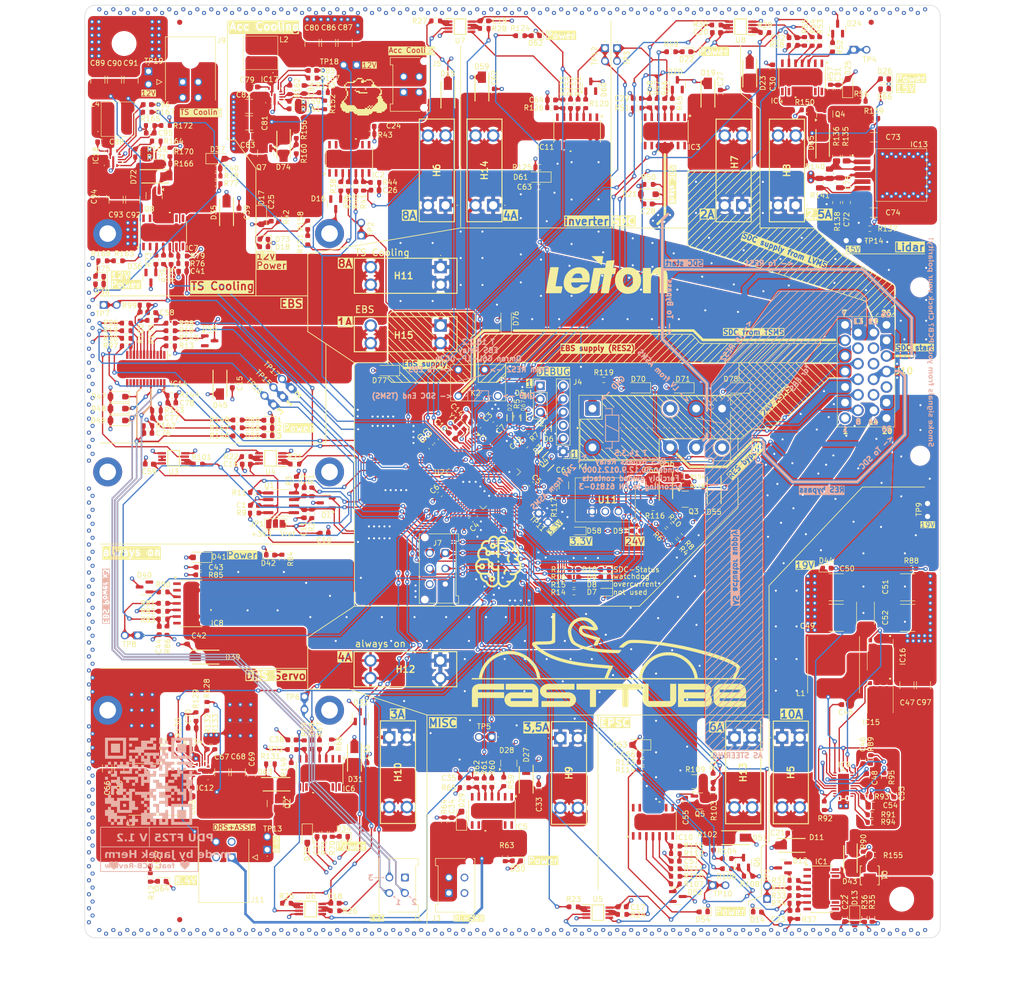
<source format=kicad_pcb>
(kicad_pcb
	(version 20240108)
	(generator "pcbnew")
	(generator_version "8.0")
	(general
		(thickness 1.6)
		(legacy_teardrops no)
	)
	(paper "A3")
	(title_block
		(title "PDU FT25")
		(date "2025-01-15")
		(rev "V1.2")
		(company "Janek Herm")
		(comment 1 "FasTTUBe Electronics")
	)
	(layers
		(0 "F.Cu" signal)
		(1 "In1.Cu" power)
		(2 "In2.Cu" signal)
		(31 "B.Cu" mixed)
		(32 "B.Adhes" user "B.Adhesive")
		(33 "F.Adhes" user "F.Adhesive")
		(34 "B.Paste" user)
		(35 "F.Paste" user)
		(36 "B.SilkS" user "B.Silkscreen")
		(37 "F.SilkS" user "F.Silkscreen")
		(38 "B.Mask" user)
		(39 "F.Mask" user)
		(40 "Dwgs.User" user "User.Drawings")
		(41 "Cmts.User" user "User.Comments")
		(42 "Eco1.User" user "User.Eco1")
		(43 "Eco2.User" user "User.Eco2")
		(44 "Edge.Cuts" user)
		(45 "Margin" user)
		(46 "B.CrtYd" user "B.Courtyard")
		(47 "F.CrtYd" user "F.Courtyard")
		(48 "B.Fab" user)
		(49 "F.Fab" user)
		(50 "User.1" user)
		(51 "User.2" user)
		(52 "User.3" user)
		(53 "User.4" user)
		(54 "User.5" user)
		(55 "User.6" user)
		(56 "User.7" user)
		(57 "User.8" user)
		(58 "User.9" user)
	)
	(setup
		(stackup
			(layer "F.SilkS"
				(type "Top Silk Screen")
			)
			(layer "F.Paste"
				(type "Top Solder Paste")
			)
			(layer "F.Mask"
				(type "Top Solder Mask")
				(thickness 0.01)
			)
			(layer "F.Cu"
				(type "copper")
				(thickness 0.035)
			)
			(layer "dielectric 1"
				(type "prepreg")
				(thickness 0.1)
				(material "FR4")
				(epsilon_r 4.5)
				(loss_tangent 0.02)
			)
			(layer "In1.Cu"
				(type "copper")
				(thickness 0.035)
			)
			(layer "dielectric 2"
				(type "core")
				(thickness 1.24)
				(material "FR4")
				(epsilon_r 4.5)
				(loss_tangent 0.02)
			)
			(layer "In2.Cu"
				(type "copper")
				(thickness 0.035)
			)
			(layer "dielectric 3"
				(type "prepreg")
				(thickness 0.1)
				(material "FR4")
				(epsilon_r 4.5)
				(loss_tangent 0.02)
			)
			(layer "B.Cu"
				(type "copper")
				(thickness 0.035)
			)
			(layer "B.Mask"
				(type "Bottom Solder Mask")
				(thickness 0.01)
			)
			(layer "B.Paste"
				(type "Bottom Solder Paste")
			)
			(layer "B.SilkS"
				(type "Bottom Silk Screen")
			)
			(copper_finish "None")
			(dielectric_constraints no)
		)
		(pad_to_mask_clearance 0)
		(allow_soldermask_bridges_in_footprints no)
		(pcbplotparams
			(layerselection 0x00010fc_ffffffff)
			(plot_on_all_layers_selection 0x0000000_00000000)
			(disableapertmacros no)
			(usegerberextensions no)
			(usegerberattributes yes)
			(usegerberadvancedattributes yes)
			(creategerberjobfile no)
			(dashed_line_dash_ratio 12.000000)
			(dashed_line_gap_ratio 3.000000)
			(svgprecision 4)
			(plotframeref no)
			(viasonmask no)
			(mode 1)
			(useauxorigin yes)
			(hpglpennumber 1)
			(hpglpenspeed 20)
			(hpglpendiameter 15.000000)
			(pdf_front_fp_property_popups yes)
			(pdf_back_fp_property_popups yes)
			(dxfpolygonmode yes)
			(dxfimperialunits yes)
			(dxfusepcbnewfont yes)
			(psnegative no)
			(psa4output no)
			(plotreference yes)
			(plotvalue no)
			(plotfptext yes)
			(plotinvisibletext no)
			(sketchpadsonfab no)
			(subtractmaskfromsilk yes)
			(outputformat 1)
			(mirror no)
			(drillshape 0)
			(scaleselection 1)
			(outputdirectory "gerber/")
		)
	)
	(net 0 "")
	(net 1 "GND")
	(net 2 "+3V3")
	(net 3 "stdCAN_H")
	(net 4 "/MCU/Vref")
	(net 5 "stdCAN_L")
	(net 6 "/MCU/NRST")
	(net 7 "Net-(D11-A2)")
	(net 8 "/powerstages/P_Out6a")
	(net 9 "/powerstages/IS4")
	(net 10 "Net-(D15-A2)")
	(net 11 "/connectors/P_Out1")
	(net 12 "/powerstages/IS1")
	(net 13 "Net-(D19-A2)")
	(net 14 "/powerstages/IS10")
	(net 15 "Net-(D23-A2)")
	(net 16 "/powerstages/P_Out9a")
	(net 17 "/powerstages/IS7")
	(net 18 "Net-(D27-A2)")
	(net 19 "/connectors/P_Out8")
	(net 20 "/powerstages/IS8")
	(net 21 "Net-(D31-A2)")
	(net 22 "/powerstages/P_Out5a")
	(net 23 "/powerstages/IS3")
	(net 24 "Net-(D35-A2)")
	(net 25 "/connectors/P_Out2")
	(net 26 "/powerstages/IS2")
	(net 27 "/connectors/P_Out9")
	(net 28 "/powerstages/IS9")
	(net 29 "Net-(IC9-CBOOT)")
	(net 30 "Net-(IC9-SW)")
	(net 31 "Net-(IC9-VCC)")
	(net 32 "Net-(D43-K)")
	(net 33 "Net-(IC9-PFM{slash}SYNC)")
	(net 34 "/connectors/P_Out4")
	(net 35 "Net-(C53-Pad2)")
	(net 36 "Net-(IC9-EXTCOMP)")
	(net 37 "Net-(D51-A2)")
	(net 38 "/connectors/P_Out5")
	(net 39 "/powerstages/IS5")
	(net 40 "Net-(D56-K)")
	(net 41 "Net-(D59-A2)")
	(net 42 "/connectors/P_Out6")
	(net 43 "/powerstages/IS6")
	(net 44 "Net-(IC12-SW)")
	(net 45 "Net-(IC12-BOOT)")
	(net 46 "/connectors/P_Out3")
	(net 47 "Net-(D63-K)")
	(net 48 "Net-(IC12-FB)")
	(net 49 "Net-(IC12-SS)")
	(net 50 "/connectors/P_Out7")
	(net 51 "Net-(IC13-FB)")
	(net 52 "Net-(D65-K)")
	(net 53 "Net-(IC13-SS)")
	(net 54 "/MCU/SWCLK")
	(net 55 "/MCU/SWDIO")
	(net 56 "/MCU/UART_RX")
	(net 57 "/MCU/UART_TX")
	(net 58 "Net-(D7-A)")
	(net 59 "Net-(D8-A)")
	(net 60 "Net-(D9-A)")
	(net 61 "Net-(D10-A)")
	(net 62 "Net-(D12-A)")
	(net 63 "unconnected-(D12-NC-Pad2)")
	(net 64 "Net-(D14-A)")
	(net 65 "Net-(D16-A)")
	(net 66 "unconnected-(D16-NC-Pad2)")
	(net 67 "Net-(D18-A)")
	(net 68 "Net-(D20-A)")
	(net 69 "unconnected-(D20-NC-Pad2)")
	(net 70 "Net-(D22-A)")
	(net 71 "Net-(D24-A)")
	(net 72 "unconnected-(D24-NC-Pad2)")
	(net 73 "Net-(D26-A)")
	(net 74 "Net-(D28-A)")
	(net 75 "unconnected-(D28-NC-Pad2)")
	(net 76 "Net-(D30-A)")
	(net 77 "unconnected-(D32-NC-Pad2)")
	(net 78 "Net-(D32-A)")
	(net 79 "Net-(D34-A)")
	(net 80 "Net-(D36-A)")
	(net 81 "unconnected-(D36-NC-Pad2)")
	(net 82 "Net-(D38-A)")
	(net 83 "Net-(D43-A)")
	(net 84 "Net-(D44-A)")
	(net 85 "Net-(D45-A2)")
	(net 86 "/powerstages/IS11")
	(net 87 "/connectors/P_Out12")
	(net 88 "unconnected-(D52-NC-Pad2)")
	(net 89 "Net-(D52-A)")
	(net 90 "Net-(D54-A)")
	(net 91 "Net-(D56-A)")
	(net 92 "Net-(D57-A)")
	(net 93 "Net-(D58-A)")
	(net 94 "unconnected-(D60-NC-Pad2)")
	(net 95 "Net-(D60-A)")
	(net 96 "Net-(D62-A)")
	(net 97 "Net-(D63-A)")
	(net 98 "Net-(D64-A)")
	(net 99 "Net-(D65-A)")
	(net 100 "Net-(D66-A)")
	(net 101 "/connectors/P_Out11")
	(net 102 "/connectors/P_Out10")
	(net 103 "Net-(D46-A)")
	(net 104 "+24V")
	(net 105 "Net-(IC1-IS)")
	(net 106 "Net-(IC1-GND)")
	(net 107 "Net-(IC1-IN)")
	(net 108 "Net-(IC1-DEN)")
	(net 109 "Net-(IC2-IS)")
	(net 110 "Net-(IC2-IN)")
	(net 111 "Net-(IC2-DEN)")
	(net 112 "Net-(IC2-GND)")
	(net 113 "Net-(IC3-IN)")
	(net 114 "Net-(IC3-GND)")
	(net 115 "Net-(IC3-IS)")
	(net 116 "Net-(IC3-DEN)")
	(net 117 "Net-(IC4-IN)")
	(net 118 "Net-(IC4-GND)")
	(net 119 "Net-(IC4-IS)")
	(net 120 "Net-(IC4-DEN)")
	(net 121 "Net-(IC5-GND)")
	(net 122 "Net-(IC5-DEN)")
	(net 123 "Net-(IC5-IS)")
	(net 124 "Net-(IC5-IN)")
	(net 125 "Net-(IC6-GND)")
	(net 126 "Net-(IC6-IN)")
	(net 127 "Net-(IC6-DEN)")
	(net 128 "Net-(IC6-IS)")
	(net 129 "Net-(IC7-IN)")
	(net 130 "Net-(IC7-IS)")
	(net 131 "Net-(IC7-GND)")
	(net 132 "Net-(IC7-DEN)")
	(net 133 "Net-(IC9-CNFG)")
	(net 134 "Net-(IC9-PG{slash}SYNCOUT)")
	(net 135 "Net-(IC9-RT)")
	(net 136 "Net-(IC9-ISNS+)")
	(net 137 "Net-(IC9-HO)")
	(net 138 "Net-(IC9-LO)")
	(net 139 "Net-(IC9-FB)")
	(net 140 "Net-(IC10-IS)")
	(net 141 "Net-(IC10-IN)")
	(net 142 "Net-(IC10-DEN)")
	(net 143 "Net-(IC10-GND)")
	(net 144 "Net-(IC11-DEN)")
	(net 145 "Net-(IC11-IS)")
	(net 146 "Net-(IC11-IN)")
	(net 147 "Net-(IC11-GND)")
	(net 148 "Net-(IC12-PG)")
	(net 149 "Net-(IC12-MODE)")
	(net 150 "Net-(IC12-EN)")
	(net 151 "Net-(IC13-RON)")
	(net 152 "Net-(IC13-EN)")
	(net 153 "/MCU/SWO")
	(net 154 "FDCAN_H")
	(net 155 "FDCAN_L")
	(net 156 "/RBR/SDC bypass")
	(net 157 "24V ASMS")
	(net 158 "Net-(JP1-C)")
	(net 159 "unconnected-(K1-Pad12)")
	(net 160 "unconnected-(K1-Pad24)")
	(net 161 "Net-(K1-PadA1)")
	(net 162 "unconnected-(D46-NC-Pad2)")
	(net 163 "Net-(IC14-DSEL1)")
	(net 164 "Net-(Q5-D)")
	(net 165 "Net-(Q5-G)")
	(net 166 "Net-(Q6-G)")
	(net 167 "Net-(Q6-D)")
	(net 168 "Net-(U1-Rs)")
	(net 169 "Net-(U2-PA0)")
	(net 170 "Net-(U2-BOOT0)")
	(net 171 "Net-(U2-PC0)")
	(net 172 "Net-(U2-PA11)")
	(net 173 "/MCU/CAN_RX")
	(net 174 "/MCU/CAN_TX")
	(net 175 "Net-(U2-PA12)")
	(net 176 "unconnected-(U2-PB7-Pad59)")
	(net 177 "unconnected-(U2-PA15-Pad50)")
	(net 178 "/MCU/STATUS_LED1")
	(net 179 "/MCU/STATUS_LED2")
	(net 180 "/MCU/STATUS_LED3")
	(net 181 "/MCU/STATUS_LED4")
	(net 182 "Net-(R12-Pad1)")
	(net 183 "Net-(U4A--)")
	(net 184 "/MCU/ISENSE1")
	(net 185 "Net-(U4B--)")
	(net 186 "/MCU/ISENSE2")
	(net 187 "/MCU/ISENSE3")
	(net 188 "Net-(U5A--)")
	(net 189 "Net-(U5B--)")
	(net 190 "/MCU/ISENSE4")
	(net 191 "/MCU/ISENSE5")
	(net 192 "Net-(U6A--)")
	(net 193 "Net-(U6B--)")
	(net 194 "/MCU/ISENSE6")
	(net 195 "/MCU/ISENSE7")
	(net 196 "Net-(U7A--)")
	(net 197 "Net-(U7B--)")
	(net 198 "/MCU/ISENSE8")
	(net 199 "/MCU/ISENSE9")
	(net 200 "Net-(U8A--)")
	(net 201 "Net-(U8B--)")
	(net 202 "/MCU/ISENSE10")
	(net 203 "/MCU/IN4")
	(net 204 "/MCU/IN1")
	(net 205 "/MCU/IN10")
	(net 206 "/MCU/IN7")
	(net 207 "/MCU/IN8")
	(net 208 "/MCU/IN3")
	(net 209 "/MCU/IN2")
	(net 210 "/MCU/IN9")
	(net 211 "/MCU/IN11")
	(net 212 "/MCU/IN12")
	(net 213 "/MCU/IN13")
	(net 214 "/MCU/PC_Read")
	(net 215 "/MCU/PC_EN")
	(net 216 "/MCU/IN5")
	(net 217 "/MCU/IN6")
	(net 218 "/MCU/XTAL_OUT")
	(net 219 "unconnected-(U2-PC5-Pad25)")
	(net 220 "Net-(IC14-GND)")
	(net 221 "unconnected-(U2-PC12-Pad53)")
	(net 222 "Net-(IC14-DEN)")
	(net 223 "Net-(IC14-IN2)")
	(net 224 "/MCU/XTAL_IN")
	(net 225 "unconnected-(U2-PD2-Pad54)")
	(net 226 "unconnected-(IC14-OUT3-Pad13)")
	(net 227 "Net-(IC14-IN0)")
	(net 228 "Net-(IC14-IN3)")
	(net 229 "Net-(IC14-DSEL0)")
	(net 230 "Net-(IC14-IN1)")
	(net 231 "Net-(IC14-IS)")
	(net 232 "/MCU/DSEL0")
	(net 233 "/MCU/DSEL1")
	(net 234 "Net-(U3A--)")
	(net 235 "/MCU/ISENSE11")
	(net 236 "Net-(U3B--)")
	(net 237 "unconnected-(IC9-NC_1-Pad1)")
	(net 238 "unconnected-(IC9-NC_2-Pad2)")
	(net 239 "unconnected-(IC9-NC_4-Pad23)")
	(net 240 "unconnected-(IC9-NC_3-Pad22)")
	(net 241 "unconnected-(IC9-NC_5-Pad24)")
	(net 242 "Net-(D50-A)")
	(net 243 "Net-(D68-A)")
	(net 244 "Net-(D69-A)")
	(net 245 "/connectors/P_Out14")
	(net 246 "/connectors/P_Out13")
	(net 247 "Net-(IC17-SW)")
	(net 248 "Net-(IC17-BOOT)")
	(net 249 "Net-(D72-K)")
	(net 250 "Net-(IC17-FB)")
	(net 251 "Net-(IC17-SS)")
	(net 252 "Net-(IC18-BOOT)")
	(net 253 "Net-(IC18-SW)")
	(net 254 "Net-(D74-K)")
	(net 255 "Net-(IC18-FB)")
	(net 256 "Net-(IC18-SS)")
	(net 257 "Net-(D72-A)")
	(net 258 "Net-(D73-A)")
	(net 259 "Net-(D74-A)")
	(net 260 "Net-(D75-A)")
	(net 261 "Net-(IC17-PG)")
	(net 262 "Net-(IC17-MODE)")
	(net 263 "Net-(IC17-EN)")
	(net 264 "Net-(IC18-PG)")
	(net 265 "Net-(IC18-MODE)")
	(net 266 "Net-(IC18-EN)")
	(net 267 "Net-(R151-Pad2)")
	(net 268 "Net-(R163-Pad2)")
	(net 269 "EBS supply")
	(net 270 "AS actuator supply")
	(net 271 "unconnected-(IC1-NC-Pad7)")
	(net 272 "unconnected-(IC1-NC-Pad1)")
	(net 273 "unconnected-(IC1-NC-Pad14)")
	(net 274 "unconnected-(IC1-NC-Pad8)")
	(net 275 "unconnected-(IC1-NC-Pad9)")
	(net 276 "unconnected-(IC1-NC-Pad13)")
	(net 277 "unconnected-(IC1-NC-Pad2)")
	(net 278 "unconnected-(IC2-NC-Pad2)")
	(net 279 "unconnected-(IC2-NC-Pad7)")
	(net 280 "unconnected-(IC2-NC-Pad8)")
	(net 281 "unconnected-(IC2-NC-Pad14)")
	(net 282 "unconnected-(IC2-NC-Pad1)")
	(net 283 "unconnected-(IC2-NC-Pad9)")
	(net 284 "unconnected-(IC2-NC-Pad13)")
	(net 285 "unconnected-(IC3-NC-Pad8)")
	(net 286 "unconnected-(IC3-NC-Pad1)")
	(net 287 "unconnected-(IC3-NC-Pad7)")
	(net 288 "unconnected-(IC3-NC-Pad14)")
	(net 289 "unconnected-(IC3-NC-Pad13)")
	(net 290 "unconnected-(IC3-NC-Pad9)")
	(net 291 "unconnected-(IC3-NC-Pad2)")
	(net 292 "unconnected-(IC4-NC-Pad2)")
	(net 293 "unconnected-(IC4-NC-Pad1)")
	(net 294 "unconnected-(IC4-NC-Pad13)")
	(net 295 "unconnected-(IC4-NC-Pad7)")
	(net 296 "unconnected-(IC4-NC-Pad9)")
	(net 297 "unconnected-(IC4-NC-Pad8)")
	(net 298 "unconnected-(IC4-NC-Pad14)")
	(net 299 "unconnected-(IC5-NC-Pad1)")
	(net 300 "unconnected-(IC5-NC-Pad8)")
	(net 301 "unconnected-(IC5-NC-Pad9)")
	(net 302 "unconnected-(IC5-NC-Pad14)")
	(net 303 "unconnected-(IC5-NC-Pad13)")
	(net 304 "unconnected-(IC5-NC-Pad2)")
	(net 305 "unconnected-(IC5-NC-Pad7)")
	(net 306 "unconnected-(IC6-NC-Pad14)")
	(net 307 "unconnected-(IC6-NC-Pad2)")
	(net 308 "unconnected-(IC6-NC-Pad7)")
	(net 309 "unconnected-(IC6-NC-Pad1)")
	(net 310 "unconnected-(IC6-NC-Pad9)")
	(net 311 "unconnected-(IC6-NC-Pad8)")
	(net 312 "unconnected-(IC6-NC-Pad13)")
	(net 313 "unconnected-(IC7-NC-Pad1)")
	(net 314 "unconnected-(IC7-NC-Pad9)")
	(net 315 "unconnected-(IC7-NC-Pad14)")
	(net 316 "unconnected-(IC7-NC-Pad13)")
	(net 317 "unconnected-(IC7-NC-Pad7)")
	(net 318 "unconnected-(IC7-NC-Pad8)")
	(net 319 "unconnected-(IC7-NC-Pad2)")
	(net 320 "unconnected-(IC10-NC-Pad14)")
	(net 321 "unconnected-(IC10-NC-Pad8)")
	(net 322 "unconnected-(IC10-NC-Pad13)")
	(net 323 "unconnected-(IC10-NC-Pad9)")
	(net 324 "unconnected-(IC10-NC-Pad1)")
	(net 325 "unconnected-(IC10-NC-Pad7)")
	(net 326 "unconnected-(IC10-NC-Pad2)")
	(net 327 "unconnected-(IC11-NC-Pad1)")
	(net 328 "unconnected-(IC11-NC-Pad13)")
	(net 329 "unconnected-(IC11-NC-Pad2)")
	(net 330 "unconnected-(IC11-NC-Pad7)")
	(net 331 "unconnected-(IC11-NC-Pad9)")
	(net 332 "unconnected-(IC11-NC-Pad8)")
	(net 333 "unconnected-(IC11-NC-Pad14)")
	(net 334 "unconnected-(IC14-NC-Pad21)")
	(net 335 "unconnected-(IC14-NC-Pad19)")
	(net 336 "unconnected-(IC14-NC-Pad15)")
	(net 337 "unconnected-(IC14-NC-Pad18)")
	(net 338 "unconnected-(IC14-NC-Pad23)")
	(net 339 "unconnected-(IC14-NC-Pad22)")
	(net 340 "unconnected-(IC14-NC-Pad14)")
	(net 341 "unconnected-(IC14-NC-Pad12)")
	(net 342 "unconnected-(IC14-NC-Pad1)")
	(net 343 "unconnected-(IC14-NC-Pad16)")
	(net 344 "/EBSR/EBS power")
	(net 345 "unconnected-(U2-PC14-Pad3)")
	(net 346 "unconnected-(U2-PC15-Pad4)")
	(net 347 "unconnected-(U2-PC13-Pad2)")
	(net 348 "Net-(R100-Pad1)")
	(net 349 "/RBR/RES")
	(net 350 "TSMS SDC")
	(net 351 "unconnected-(IC14-NC-Pad3)")
	(net 352 "unconnected-(U2-PB0-Pad26)")
	(net 353 "Net-(D39-A2)")
	(net 354 "unconnected-(D40-NC-Pad2)")
	(net 355 "Net-(D40-A)")
	(net 356 "Net-(D42-A)")
	(net 357 "unconnected-(IC8-NC-Pad8)")
	(net 358 "unconnected-(IC8-NC-Pad13)")
	(net 359 "Net-(IC8-IN)")
	(net 360 "unconnected-(IC8-NC-Pad9)")
	(net 361 "unconnected-(IC8-NC-Pad1)")
	(net 362 "Net-(IC8-DEN)")
	(net 363 "Net-(IC8-GND)")
	(net 364 "Net-(IC8-IS)")
	(net 365 "unconnected-(IC8-NC-Pad2)")
	(net 366 "unconnected-(IC8-NC-Pad14)")
	(net 367 "unconnected-(IC8-NC-Pad7)")
	(net 368 "unconnected-(J10-Pin_15-Pad15)")
	(net 369 "unconnected-(J10-Pin_17-Pad17)")
	(footprint "5025:5025" (layer "F.Cu") (at 165.32 98.46 90))
	(footprint "Resistor_SMD:R_0603_1608Metric" (layer "F.Cu") (at 161.375 88.955 90))
	(footprint "Resistor_SMD:R_0603_1608Metric" (layer "F.Cu") (at 128.645 103.135 -90))
	(footprint "Capacitor_SMD:C_1210_3225Metric" (layer "F.Cu") (at 162.225 61.275 90))
	(footprint "BTT6010-1ERB:SOIC14_BTT6010-1ERB_INF" (layer "F.Cu") (at 163.019 83.649799 90))
	(footprint "824501241:DIOM5127X250N" (layer "F.Cu") (at 139.345 93.995 -90))
	(footprint "Resistor_SMD:R_0603_1608Metric" (layer "F.Cu") (at 122.555 83.275))
	(footprint "Package_TO_SOT_SMD:SOT-23" (layer "F.Cu") (at 124.75 106.535 -90))
	(footprint "Package_TO_SOT_SMD:SOT-23" (layer "F.Cu") (at 165.14 191.314998 90))
	(footprint "Resistor_SMD:R_0603_1608Metric" (layer "F.Cu") (at 135.615001 196.775 90))
	(footprint "Resistor_SMD:R_0603_1608Metric" (layer "F.Cu") (at 155.915 68.065))
	(footprint "Capacitor_SMD:C_1210_3225Metric" (layer "F.Cu") (at 143.685 76.725 180))
	(footprint "Resistor_SMD:R_0603_1608Metric" (layer "F.Cu") (at 135.545001 189.315 -90))
	(footprint "LED_SMD:LED_0603_1608Metric" (layer "F.Cu") (at 266.295 70.155 180))
	(footprint "brain:heart" (layer "F.Cu") (at 117.6 220.05))
	(footprint "Resistor_SMD:R_0603_1608Metric" (layer "F.Cu") (at 127.585 77.225))
	(footprint "ESD321DYAR:SODFL1608X77N" (layer "F.Cu") (at 193.99 133.625 -90))
	(footprint "Diode_SMD:D_SOD-123F" (layer "F.Cu") (at 218.94 127.854999 180))
	(footprint "5025:5025" (layer "F.Cu") (at 147.190001 216.99 90))
	(footprint "Resistor_SMD:R_0603_1608Metric" (layer "F.Cu") (at 147.805 200.415))
	(footprint "5025:5025" (layer "F.Cu") (at 261.38 99.44 180))
	(footprint "MountingHole:MountingHole_3.2mm_M3_DIN965_Pad" (layer "F.Cu") (at 116.41 144.08 -90))
	(footprint "Resistor_SMD:R_0603_1608Metric" (layer "F.Cu") (at 254.645 208.515 -90))
	(footprint "3557-15:355715" (layer "F.Cu") (at 180.58 180.485 180))
	(footprint "Resistor_SMD:R_0603_1608Metric" (layer "F.Cu") (at 264.205001 75.855))
	(footprint "Capacitor_SMD:C_0603_1608Metric" (layer "F.Cu") (at 156.795 213.675001 -90))
	(footprint "Resistor_SMD:R_0603_1608Metric" (layer "F.Cu") (at 120.005477 118.297452))
	(footprint "MountingHole:MountingHole_4.3mm_M4" (layer "F.Cu") (at 119.575 226.345))
	(footprint "Capacitor_SMD:C_1210_3225Metric" (layer "F.Cu") (at 138.414747 202.063428 90))
	(footprint "Diode_SMD:D_SOD-123F" (layer "F.Cu") (at 146.065 94.88 -90))
	(footprint "Capacitor_SMD:C_0603_1608Metric" (layer "F.Cu") (at 185.205 203.145 180))
	(footprint "Resistor_SMD:R_0603_1608Metric" (layer "F.Cu") (at 225.925 220.675))
	(footprint "Resistor_SMD:R_0603_1608Metric"
		(layer "F.Cu")
		(uuid "15025461-dcc7-4f61-9542-8f8e8ec99700")
		(at 154.995 99.365 90)
		(descr "Resistor SMD 0603 (1608 Metric), square (rectangular) end terminal, IPC_7351 nominal, (Body size source: IPC-SM-782 page 72, https://www.pcb-3d.com/wordpress/wp-content/uploads/ipc-sm-782a_amendment_1_and_2.pdf), generated with kicad-footprint-generator")
		(tags "resistor")
		(property "Reference" "R151"
			(at -0.65 -1.42 90)
			(layer "F.SilkS")
			(uuid "122f886c-686c-4dca-9df4-687a2b60e366")
			(effects
				(font
					(size 1 1)
					(thickness 0.15)
				)
			)
		)
		(property "Value" "1k"
			(at 0 1.43 90)
			(layer "F.Fab")
			(uuid "a592b584-abae-4bea-8bc8-0a8ffebe0b80")
			(effects
				(font
					(size 1 1)
					(thickness 0.15)
				)
			)
		)
		(property "Footprint" "Resistor_SMD:R_0603_1608Metric"
			(at 0 0 90)
			(unlocked yes)
			(layer "F.Fab")
			(hide yes)
			(uuid "1c5f638a-4832-4642-88d6-97d1baf0f576")
			(effects
				(font
					(size 1.27 1.27)
					(thickness 0.15)
				)
			)
		)
		(property "Datasheet" ""
			(at 0 0 90)
			(unlocked yes)
			(layer "F.Fab")
			(hide yes)
			(uuid "59d60a19-0eeb-4754-9aba-e42d43305fa7")
			(effects
				(font
					(size 1.27 1.27)
					(thickness 0.15)
				)
			)
		)
		(property "Description" "Resistor, small symbol"
			(at 0 0 90)
			(unlocked yes)
			(layer "F.Fab")
			(hide yes)
			(uuid "33615a10-7215-4795-96b9-fa93cea6c121")
			(effects
				(font
					(size 1.27 1.27)
					(thickness 0.15)
				)
			)
		)
		(property ki_fp_filters "R_*")
		(path "/780d04e9-366d-4b48-88f6-229428c96c3a/2688228a-78b0-463b-82bd-42a0dedab640/a31b0199-c63c-4e83-8127-1fac1a9facaf")
		(sheetname "ACC pump DCDC")
		(sheetfile "pumpDCDC.kicad_sch")
		(attr smd)
		(fp_line
			(start -0.237258 -0.5225)
			(end 0.237258 -0.5225)
			(stroke
				(width 0.12)
				(type solid)
			)
			(layer "F.SilkS")
			(uuid "dc8e5fd8-4ca3-4c1d-b1f5-6eaae540711d")
		)
		(fp_line
			(start -0.237258 0.5225)
			(end 0.237258 0.5225)
			(stroke
				(width 0.12)
				(type solid)
			)
			(layer "F.SilkS")
			(uuid "6c0a18d3-6077-4bcb-825a-872d2e6b7716")
		)
		(fp_line
			(start 1.48 -0.73)
			(end 1.48 0.73)
			(stroke
				(width 0.05)
				(type solid)
			)
			(layer "F.CrtYd")
			(uuid "7313f3b4-9a54-4d87-8c75-088e5090a017")
		)
		(fp_line
			(start -1.48 -0.73)
			(end 1.48 -0.73)
			(stroke
				(width 0.05)
				(type solid)
			)
			(layer "F.CrtYd")
			(uuid "6af3927a-7d15-47f2-a5a0-8445f1b4c182")
		)
		(fp_line
			(start 1.48 0.73)
			(end -1.48 0.73)
			(stroke
				(width 0.05)
				(type solid)
			)
			(layer "F.CrtYd")
			(uuid "72e13f33-6639-4f39-84e2-7a3d4ba4715a")
		)
		(fp_line
			(start -1.48 0.73)
			(end -1.48 -0.73)
			(stroke
				(width 0.05)
				(type solid)
			)
			(layer "F.CrtYd")
			(uuid "ff98d762-9a6b-4848-89e9-20b6125bce37")
		)
		(fp_line
			(start 0.8 -0.4125)
			(end 0.8 0.4125)
			(stroke
				(width 0.1)
				(type solid)
			)
			(layer "F.Fab")
			(uuid "fe961a65-105c-43a7-89d7-5c7c44acd8a1")
		)
		(fp_line
			(start -0.8 -0.4125)
			(end 0.8 -0.4125)
			(stroke
				(width 0.1)
				(type solid)
			)
			(layer "F.Fab")
			(uuid "bb8064fe-6479-4ead-87cb-214fa68d7676")
		)
		(fp_line
			(start 0.8 0.4125)
			(end -0.8 0.4125)
			(stroke
				(width 0.1)
				(type solid)
			)
			(layer "F.Fab")
			(uuid "0ba98a26-6841-4152-aae7-55d7e1c78c39")
		)
		(
... [9298401 chars truncated]
</source>
